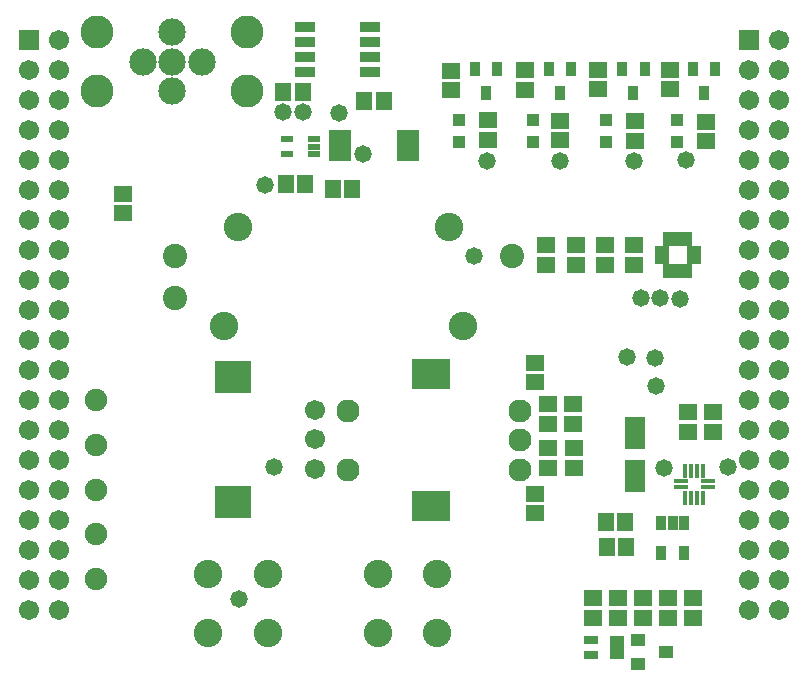
<source format=gts>
G04 Layer_Color=8388736*
%FSLAX23Y23*%
%MOIN*%
G70*
G01*
G75*
%ADD49R,0.053X0.061*%
%ADD50R,0.061X0.053*%
%ADD51R,0.063X0.053*%
%ADD52R,0.041X0.024*%
%ADD53R,0.077X0.026*%
%ADD54R,0.018X0.047*%
%ADD55R,0.047X0.018*%
%ADD56R,0.065X0.038*%
%ADD57R,0.047X0.041*%
%ADD58R,0.036X0.047*%
%ADD59R,0.045X0.028*%
%ADD60R,0.039X0.039*%
%ADD61R,0.053X0.063*%
%ADD62R,0.071X0.110*%
%ADD63R,0.020X0.047*%
%ADD64R,0.047X0.020*%
%ADD65R,0.032X0.051*%
%ADD66C,0.075*%
%ADD67C,0.067*%
%ADD68R,0.120X0.106*%
%ADD69C,0.095*%
%ADD70C,0.081*%
%ADD71R,0.126X0.102*%
%ADD72C,0.077*%
%ADD73R,0.067X0.067*%
%ADD74C,0.110*%
%ADD75C,0.091*%
%ADD76C,0.058*%
D49*
X4018Y2500D02*
D03*
X4083D02*
D03*
X4020Y2418D02*
D03*
X4085D02*
D03*
X3212Y3903D02*
D03*
X3277D02*
D03*
X3173Y3610D02*
D03*
X3108D02*
D03*
D50*
X3825Y2893D02*
D03*
Y2828D02*
D03*
X3782Y2968D02*
D03*
Y3032D02*
D03*
X3782Y2530D02*
D03*
Y2594D02*
D03*
X3825Y2746D02*
D03*
Y2681D02*
D03*
X2407Y3594D02*
D03*
Y3530D02*
D03*
X4059Y2247D02*
D03*
Y2182D02*
D03*
X3976D02*
D03*
Y2247D02*
D03*
X4224Y2182D02*
D03*
Y2247D02*
D03*
X4142Y2182D02*
D03*
Y2247D02*
D03*
X4230Y4009D02*
D03*
Y3944D02*
D03*
X3992Y4008D02*
D03*
Y3943D02*
D03*
X3749Y4006D02*
D03*
Y3941D02*
D03*
X3503Y4005D02*
D03*
Y3940D02*
D03*
X4114Y3837D02*
D03*
Y3772D02*
D03*
X3866Y3838D02*
D03*
Y3773D02*
D03*
X3624Y3840D02*
D03*
Y3775D02*
D03*
X4352Y3835D02*
D03*
Y3770D02*
D03*
D51*
X3907Y2828D02*
D03*
Y2893D02*
D03*
X3910Y2747D02*
D03*
Y2682D02*
D03*
X4307Y2247D02*
D03*
Y2182D02*
D03*
X4112Y3423D02*
D03*
Y3358D02*
D03*
X4014Y3423D02*
D03*
Y3358D02*
D03*
X3819Y3423D02*
D03*
Y3358D02*
D03*
X3917Y3423D02*
D03*
Y3358D02*
D03*
X4374Y2866D02*
D03*
Y2801D02*
D03*
X4292Y2866D02*
D03*
Y2801D02*
D03*
D52*
X2956Y3726D02*
D03*
Y3778D02*
D03*
X3044D02*
D03*
Y3752D02*
D03*
Y3726D02*
D03*
D53*
X3358Y3718D02*
D03*
Y3743D02*
D03*
Y3769D02*
D03*
Y3794D02*
D03*
X3132Y3718D02*
D03*
Y3743D02*
D03*
Y3769D02*
D03*
Y3794D02*
D03*
D54*
X4283Y2581D02*
D03*
Y2671D02*
D03*
X4303Y2581D02*
D03*
Y2671D02*
D03*
X4323Y2581D02*
D03*
Y2671D02*
D03*
X4343Y2581D02*
D03*
Y2671D02*
D03*
D55*
X4268Y2616D02*
D03*
Y2636D02*
D03*
X4358Y2616D02*
D03*
Y2636D02*
D03*
D56*
X3232Y4001D02*
D03*
Y4051D02*
D03*
Y4101D02*
D03*
Y4151D02*
D03*
X3014Y4001D02*
D03*
Y4051D02*
D03*
Y4101D02*
D03*
Y4151D02*
D03*
D57*
X4124Y2108D02*
D03*
Y2026D02*
D03*
X4219Y2067D02*
D03*
D58*
X4383Y4011D02*
D03*
X4308D02*
D03*
X4345Y3932D02*
D03*
X4147Y4011D02*
D03*
X4072D02*
D03*
X4109Y3932D02*
D03*
X3903Y4011D02*
D03*
X3828D02*
D03*
X3865Y3932D02*
D03*
X3655Y4011D02*
D03*
X3580D02*
D03*
X3618Y3932D02*
D03*
D59*
X3968Y2056D02*
D03*
Y2107D02*
D03*
X4054D02*
D03*
Y2082D02*
D03*
Y2056D02*
D03*
D60*
X4255Y3841D02*
D03*
Y3768D02*
D03*
X4019Y3841D02*
D03*
Y3768D02*
D03*
X3775Y3842D02*
D03*
Y3769D02*
D03*
X3528Y3769D02*
D03*
Y3842D02*
D03*
D61*
X3015Y3626D02*
D03*
X2950D02*
D03*
X2942Y3933D02*
D03*
X3007D02*
D03*
D62*
X4114Y2654D02*
D03*
Y2796D02*
D03*
D63*
X4296Y3445D02*
D03*
Y3339D02*
D03*
X4277Y3445D02*
D03*
Y3339D02*
D03*
X4257Y3445D02*
D03*
Y3339D02*
D03*
X4237Y3445D02*
D03*
Y3339D02*
D03*
X4219Y3445D02*
D03*
X4218Y3339D02*
D03*
D64*
X4310Y3411D02*
D03*
Y3392D02*
D03*
Y3372D02*
D03*
X4204Y3411D02*
D03*
Y3392D02*
D03*
Y3372D02*
D03*
D65*
X4278Y2399D02*
D03*
X4203D02*
D03*
Y2499D02*
D03*
X4240D02*
D03*
X4278D02*
D03*
D66*
X2319Y2609D02*
D03*
Y2908D02*
D03*
Y2759D02*
D03*
Y2460D02*
D03*
Y2310D02*
D03*
D67*
X3049Y2874D02*
D03*
Y2776D02*
D03*
Y2677D02*
D03*
X4596Y2206D02*
D03*
X4496Y2206D02*
D03*
X4596Y2306D02*
D03*
X4496Y2306D02*
D03*
X4596Y2406D02*
D03*
X4496Y2407D02*
D03*
X4596Y2506D02*
D03*
X4496Y2507D02*
D03*
X4596Y2606D02*
D03*
X4496Y2607D02*
D03*
X4596Y2706D02*
D03*
X4496Y2707D02*
D03*
X4596Y2806D02*
D03*
X4496Y2807D02*
D03*
X4596Y2906D02*
D03*
X4496Y2907D02*
D03*
X4596Y3006D02*
D03*
X4496Y3007D02*
D03*
X4596Y3106D02*
D03*
X4496Y3108D02*
D03*
X4596Y3206D02*
D03*
X4496Y3208D02*
D03*
X4596Y3306D02*
D03*
X4496Y3308D02*
D03*
X4596Y3406D02*
D03*
X4496Y3408D02*
D03*
X4596Y3506D02*
D03*
X4496Y3508D02*
D03*
X4596Y3606D02*
D03*
X4496Y3608D02*
D03*
X4596Y3706D02*
D03*
X4496Y3708D02*
D03*
X4596Y3806D02*
D03*
X4496Y3809D02*
D03*
X4596Y3906D02*
D03*
X4496Y3909D02*
D03*
X4596Y4006D02*
D03*
X4496Y4009D02*
D03*
X4596Y4106D02*
D03*
X2196Y2206D02*
D03*
X2096Y2206D02*
D03*
X2196Y2306D02*
D03*
X2096Y2306D02*
D03*
X2196Y2406D02*
D03*
X2096Y2407D02*
D03*
X2196Y2506D02*
D03*
X2096Y2507D02*
D03*
X2196Y2606D02*
D03*
X2096Y2607D02*
D03*
X2196Y2706D02*
D03*
X2096Y2707D02*
D03*
X2196Y2806D02*
D03*
X2096Y2807D02*
D03*
X2196Y2906D02*
D03*
X2096Y2907D02*
D03*
X2196Y3006D02*
D03*
X2096Y3007D02*
D03*
X2196Y3106D02*
D03*
X2096Y3108D02*
D03*
X2196Y3206D02*
D03*
X2096Y3208D02*
D03*
X2196Y3306D02*
D03*
X2096Y3308D02*
D03*
X2196Y3406D02*
D03*
X2096Y3408D02*
D03*
X2196Y3506D02*
D03*
X2096Y3508D02*
D03*
X2196Y3606D02*
D03*
X2096Y3608D02*
D03*
X2196Y3706D02*
D03*
X2096Y3708D02*
D03*
X2196Y3806D02*
D03*
X2096Y3809D02*
D03*
X2196Y3906D02*
D03*
X2096Y3909D02*
D03*
X2196Y4006D02*
D03*
X2096Y4009D02*
D03*
X2196Y4106D02*
D03*
D68*
X2774Y2567D02*
D03*
Y2984D02*
D03*
D69*
X3541Y3153D02*
D03*
X3494Y3483D02*
D03*
X2746Y3153D02*
D03*
X2793Y3483D02*
D03*
X2890Y2329D02*
D03*
Y2132D02*
D03*
X2693D02*
D03*
Y2329D02*
D03*
X3454D02*
D03*
Y2132D02*
D03*
X3257D02*
D03*
Y2329D02*
D03*
D70*
X3704Y3387D02*
D03*
X2583Y3249D02*
D03*
Y3387D02*
D03*
D71*
X3435Y2994D02*
D03*
Y2553D02*
D03*
D72*
X3159Y2872D02*
D03*
Y2675D02*
D03*
X3730Y2872D02*
D03*
Y2774D02*
D03*
Y2675D02*
D03*
D73*
X4496Y4106D02*
D03*
X2096D02*
D03*
D74*
X2323Y3936D02*
D03*
Y4133D02*
D03*
X2823Y3936D02*
D03*
Y4133D02*
D03*
D75*
X2573Y3936D02*
D03*
Y4133D02*
D03*
X2671Y4035D02*
D03*
X2474D02*
D03*
X2573D02*
D03*
D76*
X4284Y3706D02*
D03*
X3623Y3703D02*
D03*
X2911Y2685D02*
D03*
X2795Y2244D02*
D03*
X4089Y3050D02*
D03*
X4211Y2681D02*
D03*
X4426Y2685D02*
D03*
X4264Y3245D02*
D03*
X4199Y3247D02*
D03*
X4134Y3248D02*
D03*
X2882Y3625D02*
D03*
X3007Y3867D02*
D03*
X3129Y3863D02*
D03*
X2942Y3868D02*
D03*
X4113Y3704D02*
D03*
X3865D02*
D03*
X3209Y3726D02*
D03*
X3579Y3387D02*
D03*
X4184Y2953D02*
D03*
X4180Y3048D02*
D03*
M02*

</source>
